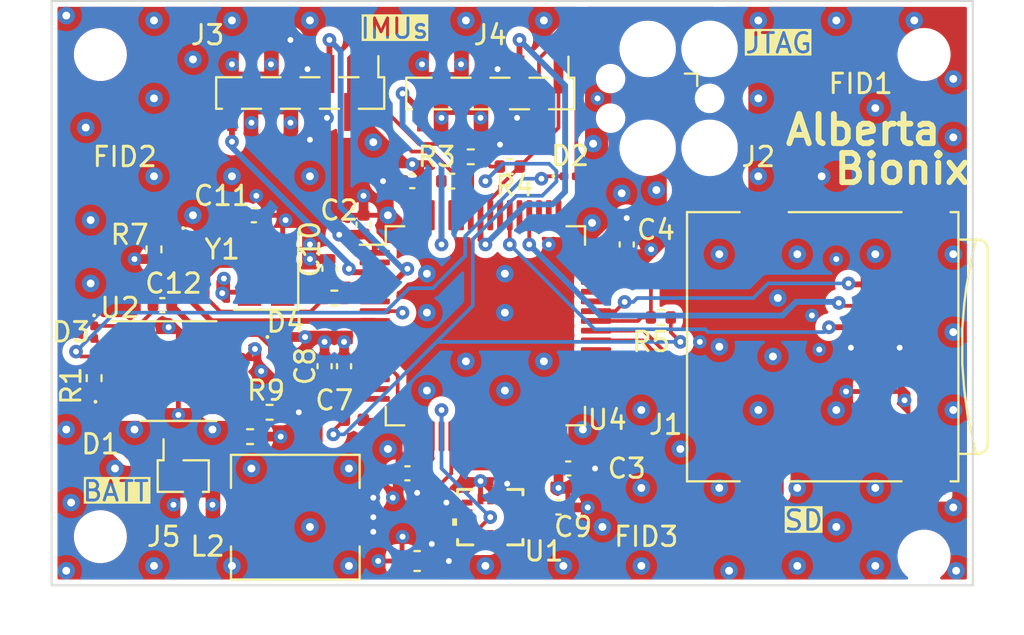
<source format=kicad_pcb>
(kicad_pcb (version 20221018) (generator pcbnew)
  (layers (0 "F.Cu" signal) (1 "In1.Cu" signal) (2 "In2.Cu" signal) (31 "B.Cu" signal) (34 "B.Paste" user) (35 "F.Paste" user) (36 "B.SilkS" user "B.Silkscreen") (37 "F.SilkS" user "F.Silkscreen") (38 "B.Mask" user) (39 "F.Mask" user) (44 "Edge.Cuts" user))
  (net 0 "")
  (net 1 "+3.3V")
  (net 5 "GND")
  (net 6 "+3.3VA")
  (net 10 "Net-(U4-VCAP1)")
  (net 11 "HSE_IN")
  (net 12 "Net-(C11-Pad1)")
  (net 13 "Net-(D3-K)")
  (net 14 "Net-(D4-K)")
  (net 15 "Net-(D1-K)")
  (net 16 "+BATT")
  (net 17 "5Vin")
  (net 18 "SDIO_D2")
  (net 19 "SDIO_D3")
  (net 20 "SDIO_CMD")
  (net 21 "SDIO_CK")
  (net 22 "SDIO_D0")
  (net 23 "SDIO_D1")
  (net 27 "SWDIO")
  (net 28 "SWCLK")
  (net 29 "VS")
  (net 30 "Net-(U2-EN)")
  (net 31 "HSE_OUT")
  (net 32 "I2C1_SCL")
  (net 33 "I2C3_SDA")
  (net 34 "I2C3_SCL")
  (net 35 "I2C1_SDA")
  (net 36 "Net-(U2-FB)")
  (net 37 "SPI1_MISO")
  (net 38 "Net-(U1-CS)")
  (net 39 "SPI1_SCK")
  (net 40 "SPI1_MOSI")
  (net 44 "NRST")
  (net 45 "Net-(D5-K)")
  (net 69 "SWO")
  (net 70 "BOOT0")
  (net 72 "Net-(D5-A)")
  (net 74 "CS1")
  (net 75 "SA1")
  (net 76 "CS3")
  (net 77 "SA3")
  (footprint "Capacitor_SMD:C_0402_1005Metric" (layer "F.Cu") (at 100 99.25 180)
    (fp_text reference "C6" hide)
    (fp_text value "100nF")
  )
  (footprint "Capacitor_SMD:C_0402_1005Metric" (layer "F.Cu") (at 96 88.75 90)
    (fp_text reference "C10")
    (fp_text value "2pF")
  )
  (footprint "imu:LGA14L_LSM6_STM" (layer "F.Cu") (at 104.25 101.5 180)
    (fp_text reference "U1")
    (fp_text value "LSM6DSV16XTR")
  )
  (footprint "Capacitor_SMD:C_0402_1005Metric" (layer "F.Cu") (at 97.75 86.48 90)
    (fp_text reference "C2")
    (fp_text value "100nF")
  )
  (footprint "Capacitor_SMD:C_0402_1005Metric" (layer "F.Cu") (at 100.25 84.25)
    (fp_text reference "C5" hide)
    (fp_text value "100nF")
  )
  (footprint "MountingHole:MountingHole_2.2mm_M2" (layer "F.Cu") (at 84.25 102.5)
    (fp_text reference "H1" hide)
    (fp_text value "MountingHole")
  )
  (footprint "Diode_SMD:D_0201_0603Metric" (layer "F.Cu") (at 84 96.435 -90)
    (fp_text reference "D1")
    (fp_text value "D_Schottky")
  )
  (footprint "Resistor_SMD:R_0402_1005Metric" (layer "F.Cu") (at 105.25 83.5)
    (fp_text reference "R4")
    (fp_text value "10k")
  )
  (footprint "Diode_SMD:D_0201_0603Metric" (layer "F.Cu") (at 93.68 92.25)
    (fp_text reference "D4")
    (fp_text value "D_Schottky")
  )
  (footprint "Connector_Card:microSD_HC_Wuerth_693072010801" (layer "F.Cu") (at 122.4525 92.75 -90)
    (fp_text reference "J1")
    (fp_text value "Micro_SD_Card_Det1")
  )
  (footprint "MountingHole:MountingHole_2.2mm_M2" (layer "F.Cu") (at 126.5 77.75)
    (fp_text reference "H4" hide)
    (fp_text value "MountingHole")
  )
  (footprint "Connector_PinSocket_1.00mm:PinSocket_1x08_P1.00mm_Vertical_SMD_Pin1Left" (layer "F.Cu") (at 104.25 79.75 -90)
    (fp_text reference "J4")
    (fp_text value "Conn_01x08")
  )
  (footprint "Diode_SMD:D_0201_0603Metric" (layer "F.Cu") (at 83.93 92 -90)
    (fp_text reference "D3")
    (fp_text value "D_Schottky")
  )
  (footprint "Resistor_SMD:R_0402_1005Metric" (layer "F.Cu") (at 87 87.75 -90)
    (fp_text reference "R7")
    (fp_text value "220")
  )
  (footprint "Package_QFP:LQFP-64_10x10mm_P0.5mm" (layer "F.Cu") (at 104 91.675)
    (fp_text reference "U4")
    (fp_text value "STM32F411RET6")
  )
  (footprint "Capacitor_SMD:C_0402_1005Metric" (layer "F.Cu") (at 108.25 99 180)
    (fp_text reference "C3")
    (fp_text value "100nF")
  )
  (footprint "Capacitor_SMD:C_0402_1005Metric" (layer "F.Cu") (at 87.43 90.615)
    (fp_text reference "C12")
    (fp_text value "0.1uF")
  )
  (footprint "Capacitor_SMD:C_0603_1608Metric" (layer "F.Cu") (at 100.5 103.75 180)
    (fp_text reference "C1" hide)
    (fp_text value "4.7u")
  )
  (footprint "Capacitor_SMD:C_0402_1005Metric" (layer "F.Cu") (at 111.25 87.5 -90)
    (fp_text reference "C4")
    (fp_text value "100nF")
  )
  (footprint "Capacitor_SMD:C_0402_1005Metric" (layer "F.Cu") (at 96.75 93.75 90)
    (fp_text reference "C7")
    (fp_text value "100nF")
  )
  (footprint "Connector_PinSocket_1.00mm:PinSocket_1x08_P1.00mm_Vertical_SMD_Pin1Left" (layer "F.Cu") (at 94.5 79.725 -90)
    (fp_text reference "J3")
    (fp_text value "Conn_01x08")
  )
  (footprint "Crystal:Crystal_SMD_3225-4Pin_3.2x2.5mm" (layer "F.Cu") (at 92.75 88.85 90)
    (fp_text reference "Y1")
    (fp_text value "16MHz")
  )
  (footprint "Fiducial:Fiducial_1mm_Mask2mm" (layer "F.Cu") (at 120.5 79.25)
    (fp_text reference "FID1")
    (fp_text value "Fiducial")
  )
  (footprint "LED_SMD:LED_0402_1005Metric" (layer "F.Cu") (at 88.5 87.75 -90)
    (fp_text reference "D5" hide)
    (fp_text value "LED")
  )
  (footprint "Diode_SMD:D_0201_0603Metric" (layer "F.Cu") (at 108.345 84)
    (fp_text reference "D2")
    (fp_text value "D_Schottky")
  )
  (footprint "Fiducial:Fiducial_1mm_Mask2mm" (layer "F.Cu") (at 115.25 102.25)
    (fp_text reference "FID3")
    (fp_text value "Fiducial")
  )
  (footprint "MountingHole:MountingHole_2.2mm_M2" (layer "F.Cu") (at 84.25 77.75)
    (fp_text reference "H3" hide)
    (fp_text value "MountingHole")
  )
  (footprint "Capacitor_SMD:C_0402_1005Metric" (layer "F.Cu") (at 107.75 101)
    (fp_text reference "C9")
    (fp_text value "47u?")
  )
  (footprint "Connector:Tag-Connect_TC2030-IDC-FP_2x03_P1.27mm_Vertical" (layer "F.Cu") (at 112.96 80 180)
    (fp_text reference "J2")
    (fp_text value "Conn_ST_STDC14")
  )
  (footprint "Resistor_SMD:R_0402_1005Metric" (layer "F.Cu") (at 92.93 96.115)
    (fp_text reference "R9")
    (fp_text value "31.6k")
  )
  (footprint "Capacitor_SMD:C_0402_1005Metric" (layer "F.Cu") (at 92.125 86)
    (fp_text reference "C11")
    (fp_text value "2pF")
  )
  (footprint "Resistor_SMD:R_0402_1005Metric" (layer "F.Cu") (at 103.25 83 180)
    (fp_text reference "R3")
    (fp_text value "10k")
  )
  (footprint "Connector_PinSocket_1.00mm:PinSocket_1x02_P1.00mm_Vertical_SMD_Pin1Right" (layer "F.Cu") (at 88.5 99.39 90)
    (fp_text reference "J5")
    (fp_text value "Conn_01x02")
  )
  (footprint "Capacitor_SMD:C_0402_1005Metric" (layer "F.Cu") (at 95.75 93.75 90)
    (fp_text reference "C8")
    (fp_text value "1uF")
  )
  (footprint "Package_SO:SOIC-8-1EP_3.9x4.9mm_P1.27mm_EP2.29x3mm" (layer "F.Cu") (at 88.25 94)
    (fp_text reference "U2")
    (fp_text value "ADP2302ARDZ-3.3")
  )
  (footprint "Resistor_SMD:R_0402_1005Metric" (layer "F.Cu") (at 102.25 84.25)
    (fp_text reference "R6" hide)
    (fp_text value "10k")
  )
  (footprint "Resistor_SMD:R_0402_1005Metric" (layer "F.Cu") (at 91.93 97.365)
    (fp_text reference "R8" hide)
    (fp_text value "10.2k")
  )
  (footprint "MountingHole:MountingHole_2.2mm_M2" (layer "F.Cu") (at 126.5 103.5)
    (fp_text reference "H2" hide)
    (fp_text value "MountingHole")
  )
  (footprint "Resistor_SMD:R_0402_1005Metric" (layer "F.Cu") (at 96.25 90.25 180)
    (fp_text reference "R2" hide)
    (fp_text value "??")
  )
  (footprint "Resistor_SMD:R_0402_1005Metric" (layer "F.Cu") (at 113 91.25)
    (fp_text reference "R5")
    (fp_text value "10k")
  )
  (footprint "Inductor_SMD:L_0402_1005Metric" (layer "F.Cu") (at 97.25 96.5 180)
    (fp_text reference "L1" hide)
    (fp_text value "27nH")
  )
  (footprint "Fiducial:Fiducial_1mm_Mask2mm" (layer "F.Cu") (at 83.25 84.25)
    (fp_text reference "FID2")
    (fp_text value "Fiducial")
  )
  (footprint "Inductor_SMD:L_6.3x6.3_H3" (layer "F.Cu") (at 94.25 101.5)
    (fp_text reference "L2")
    (fp_text value "~1.85uH")
  )
  (footprint "Resistor_SMD:R_0402_1005Metric" (layer "F.Cu") (at 83.93 94.365 90)
    (fp_text reference "R1")
    (fp_text value "3.17M")
  )
  (gr_line (start 85 75) (end 129 75) (stroke (width 0.1)) (layer "Edge.Cuts"))
  (gr_line (start 129 75) (end 129 105) (stroke (width 0.1)) (layer "Edge.Cuts"))
  (gr_line (start 129 105) (end 85 105) (stroke (width 0.1)) (layer "Edge.Cuts"))
  (gr_line (start 81.75 105) (end 81.75 75) (stroke (width 0.1)) (layer "Edge.Cuts"))
  (gr_line (start 81.75 105) (end 85 105) (stroke (width 0.1)) (layer "Edge.Cuts"))
  (gr_line (start 81.75 75) (end 85 75) (stroke (width 0.1)) (layer "Edge.Cuts"))
  (gr_text "SD" (at 119.25 102.25) (layer "F.SilkS" knockout) (effects (font (size 1 1)) (justify left bottom)))
  (gr_text "IMUs" (at 97.5 77) (layer "F.SilkS" knockout) (effects (font (size 1 1)) (justify left bottom)))
  (gr_text "JTAG" (at 117.25 77.75) (layer "F.SilkS" knockout) (effects (font (size 1 1)) (justify left bottom)))
  (gr_text "BATT" (at 83.25 100.75) (layer "F.SilkS" knockout) (effects (font (size 1 1)) (justify left bottom)))
  (gr_text "Bionix" (at 121.75 84.5) (layer "F.SilkS") (effects (font (size 1.5 1.5) (thickness 0.3) bold) (justify left bottom)))
  (gr_text "Alberta" (at 119.25 82.5) (layer "F.SilkS") (effects (font (size 1.5 1.5) (thickness 0.3) bold) (justify left bottom)))
  (segment (start 108.73 98.953154) (end 107.75 97.973154) (width 0.3) (layer "F.Cu") (net 1))
  (segment (start 95.125 81) (end 95.875 81) (width 0.5) (layer "F.Cu") (net 1))
  (segment (start 105.116727 100.206299) (end 104.750126 100.5729) (width 0.19) (layer "F.Cu") (net 1))
  (segment (start 110.58 87.02) (end 109.675 87.925) (width 0.3) (layer "F.Cu") (net 1))
  (segment (start 111.25 87.02) (end 110.58 87.02) (width 0.3) (layer "F.Cu") (net 1))
  (segment (start 99.77 85.52) (end 99.77 84.25) (width 0.25) (layer "F.Cu") (net 1))
  (segment (start 93.44 96.115) (end 94.43 96.115) (width 0.3) (layer "F.Cu") (net 1))
  (segment (start 98.325 87.535) (end 98.325 87.925) (width 0.3) (layer "F.Cu") (net 1))
  (segment (start 105.116727 99.782654) (end 105.116727 100.206299) (width 0.19) (layer "F.Cu") (net 1))
  (segment (start 108.875 99) (end 109.625 99) (width 0.5) (layer "F.Cu") (net 1))
  (segment (start 107.75 97.973154) (end 107.75 97.35) (width 0.3) (layer "F.Cu") (net 1))
  (segment (start 124.5 92.8) (end 125.25 92.8) (width 0.5) (layer "F.Cu") (net 1))
  (segment (start 99.77 84.25) (end 98.75 84.25) (width 0.5) (layer "F.Cu") (net 1))
  (segment (start 97 101.5) (end 98 100.5) (width 0.5) (layer "F.Cu") (net 1))
  (segment (start 97 101.5) (end 97.75 102.25) (width 0.5) (layer "F.Cu") (net 1))
  (segment (start 101.25 103.625) (end 101.25 102.875) (width 0.5) (layer "F.Cu") (net 1))
  (segment (start 101.25 98.48) (end 100.48 99.25) (width 0.3) (layer "F.Cu") (net 1))
  (segment (start 97.625 87) (end 96.5 87) (width 0.5) (layer "F.Cu") (net 1))
  (segment (start 97 101.5) (end 98.25 101.5) (width 0.5) (layer "F.Cu") (net 1))
  (segment (start 94.125 78.5) (end 94.875 78.5) (width 0.5) (layer "F.Cu") (net 1))
  (segment (start 111.25 86.895) (end 111.25 86.145) (width 0.5) (layer "F.Cu") (net 1))
  (segment (start 104.75 81.625) (end 104.75 82.375) (width 0.5) (layer "F.Cu") (net 1))
  (segment (start 101.25 97.35) (end 101.25 98.48) (width 0.25) (layer "F.Cu") (net 1))
  (segment (start 103.875 78.5) (end 104.625 78.5) (width 0.5) (layer "F.Cu") (net 1))
  (segment (start 97.75 86.96) (end 98.325 87.535) (width 0.3) (layer "F.Cu") (net 1))
  (segment (start 123.5 92.8) (end 122.75 92.8) (width 0.5) (layer "F.Cu") (net 1))
  (segment (start 100.25 86) (end 99.77 85.52) (width 0.25) (layer "F.Cu") (net 1))
  (segment (start 102.000189 100.749811) (end 103.0689 100.749811) (width 0.19) (layer "F.Cu") (net 1))
  (segment (start 95 81.375) (end 95 82.125) (width 0.5) (layer "F.Cu") (net 1))
  (segment (start 97.75 102.25) (end 98.25 102.25) (width 0.5) (layer "F.Cu") (net 1))
  (segment (start 104.875 81) (end 105.625 81) (width 0.5) (layer "F.Cu") (net 1))
  (segment (start 94 77) (end 94 78.75) (width 0.5) (layer "F.Cu") (net 1))
  (segment (start 101.375 103.75) (end 102.125 103.75) (width 0.5) (layer "F.Cu") (net 1))
  (segment (start 98 100.5) (end 98.25 100.5) (width 0.5) (layer "F.Cu") (net 1))
  (segment (start 102 100.75) (end 102.000189 100.749811) (width 0.19) (layer "F.Cu") (net 1))
  (segment (start 100.5 99.5) (end 100.5 100.25) (width 0.5) (layer "F.Cu") (net 1))
  (via (at 104.625 78.5) (size 0.7) (drill 0.3) (layers "F.Cu" "B.Cu") (net 1))
  (via (at 105.625 81) (size 0.7) (drill 0.3) (layers "F.Cu" "B.Cu") (net 1))
  (via (at 94 77) (size 0.7) (drill 0.3) (layers "F.Cu" "B.Cu") (net 1))
  (via (at 98.25 100.5) (size 0.7) (drill 0.3) (layers "F.Cu" "B.Cu") (net 1))
  (via (at 105.116727 99.782654) (size 0.7) (drill 0.3) (layers "F.Cu" "B.Cu") (net 1))
  (via (at 96.5 87) (size 0.7) (drill 0.3) (layers "F.Cu" "B.Cu") (net 1))
  (via (at 98.25 102.25) (size 0.7) (drill 0.3) (layers "F.Cu" "B.Cu") (net 1))
  (via (at 122.75 92.8) (size 0.7) (drill 0.3) (layers "F.Cu" "B.Cu") (net 1))
  (via (at 98.25 101.5) (size 0.7) (drill 0.3) (layers "F.Cu" "B.Cu") (net 1))
  (via (at 102 100.75) (size 0.7) (drill 0.3) (layers "F.Cu" "B.Cu") (net 1))
  (via (at 101.25 102.875) (size 0.7) (drill 0.3) (layers "F.Cu" "B.Cu") (net 1))
  (via (at 111.25 86.145) (size 0.7) (drill 0.3) (layers "F.Cu" "B.Cu") (net 1))
  (via (at 109.625 99) (size 0.7) (drill 0.3) (layers "F.Cu" "B.Cu") (net 1))
  (via (at 94.43 96.115) (size 0.7) (drill 0.3) (layers "F.Cu" "B.Cu") (net 1))
  (via (at 94.875 78.5) (size 0.7) (drill 0.3) (layers "F.Cu" "B.Cu") (net 1))
  (via (at 98.75 84.25) (size 0.7) (drill 0.3) (layers "F.Cu" "B.Cu") (net 1))
  (via (at 100.5 100.25) (size 0.7) (drill 0.3) (layers "F.Cu" "B.Cu") (net 1))
  (via (at 95.875 81) (size 0.7) (drill 0.3) (layers "F.Cu" "B.Cu") (net 1))
  (via (at 95 82.125) (size 0.7) (drill 0.3) (layers "F.Cu" "B.Cu") (net 1))
  (via (at 104.75 82.375) (size 0.7) (drill 0.3) (layers "F.Cu" "B.Cu") (net 1))
  (via (at 102.125 103.75) (size 0.7) (drill 0.3) (layers "F.Cu" "B.Cu") (net 1))
  (via (at 125.25 92.8) (size 0.7) (drill 0.3) (layers "F.Cu" "B.Cu") (net 1))
  (segment (start 104.25 100.145) (end 104.25 100.5729) (width 0.19) (layer "F.Cu") (net 5))
  (segment (start 100.75 98.25) (end 100.41 98.59) (width 0.3) (layer "F.Cu") (net 5))
  (segment (start 107.75 100) (end 107.75 99.25) (width 0.5) (layer "F.Cu") (net 5))
  (segment (start 95 88.25) (end 96 88.25) (width 0.5) (layer "F.Cu") (net 5))
  (segment (start 96.75 93.27) (end 96.905 93.425) (width 0.3) (layer "F.Cu") (net 5))
  (segment (start 110.805 88.425) (end 111.25 87.98) (width 0.3) (layer "F.Cu") (net 5))
  (segment (start 92.75 86) (end 92.75 85.5) (width 0.5) (layer "F.Cu") (net 5))
  (segment (start 100.75 84.27) (end 100.75 86) (width 0.3) (layer "F.Cu") (net 5))
  (segment (start 92.555 97.365) (end 93.5 97.365) (width 0.5) (layer "F.Cu") (net 5))
  (segment (start 99.52 99.472764) (end 99.52 99.5) (width 0.25) (layer "F.Cu") (net 5))
  (segment (start 96.905 93.425) (end 98.325 93.425) (width 0.3) (layer "F.Cu") (net 5))
  (segment (start 97.75 85.875) (end 97.75 85) (width 0.5) (layer "F.Cu") (net 5))
  (segment (start 100.73 84.25) (end 100.75 84.27) (width 0.3) (layer "F.Cu") (net 5))
  (segment (start 91.6 90.25) (end 91.9 89.95) (width 0.5) (layer "F.Cu") (net 5))
  (segment (start 103.749874 100.5729) (end 103.749874 99.645126) (width 0.2) (layer "F.Cu") (net 5))
  (segment (start 100.133154 98.59) (end 99.52 99.203154) (width 0.3) (layer "F.Cu") (net 5))
  (segment (start 103.75 99.645) (end 104.25 100.145) (width 0.19) (layer "F.Cu") (net 5))
  (segment (start 91.68 93.365) (end 92.18 92.865) (width 0.3) (layer "F.Cu") (net 5))
  (segment (start 107.77 99) (end 107.25 98.48) (width 0.3) (layer "F.Cu") (net 5))
  (segment (start 109.25 101) (end 108.23 101) (width 0.5) (layer "F.Cu") (net 5))
  (segment (start 100.75 83.875) (end 100.25 83.375) (width 0.5) (layer "F.Cu") (net 5))
  (segment (start 87.25 93.5) (end 88.345 93.5) (width 0.3) (layer "F.Cu") (net 5))
  (segment (start 111.055 80) (end 109.75 80) (width 0.3) (layer "F.Cu") (net 5))
  (segment (start 95.75 93.25) (end 95.75 92.5) (width 0.5) (layer "F.Cu") (net 5))
  (segment (start 103.749874 99.645126) (end 103.75 99.645) (width 0.2) (layer "F.Cu") (net 5))
  (segment (start 111.375 88) (end 112.25 88) (width 0.5) (layer "F.Cu") (net 5))
  (segment (start 109.675 88.425) (end 110.805 88.425) (width 0.3) (layer "F.Cu") (net 5))
  (segment (start 100.41 98.59) (end 100.133154 98.59) (width 0.3) (layer "F.Cu") (net 5))
  (segment (start 87 88.25) (end 86 88.25) (width 0.5) (layer "F.Cu") (net 5))
  (segment (start 107.25 98.48) (end 107.25 97.35) (width 0.3) (layer "F.Cu") (net 5))
  (segment (start 99.5 100.25) (end 99.5 99.125) (width 0.5) (layer "F.Cu") (net 5))
  (segment (start 100.75 84.125) (end 100.75 83.875) (width 0.5) (layer "F.Cu") (net 5))
  (segment (start 90.725 93.365) (end 91.68 93.365) (width 0.3) (layer "F.Cu") (net 5))
  (segment (start 96.75 93.27) (end 96.75 92.5) (width 0.5) (layer "F.Cu") (net 5))
  (segment (start 99.725 103.75) (end 99.75 103.75) (width 0.5) (layer "F.Cu") (net 5))
  (segment (start 99.25 100.5) (end 99.5 100.25) (width 0.5) (layer "F.Cu") (net 5))
  (segment (start 99.52 99.203154) (end 99.52 99.25) (width 0.3) (layer "F.Cu") (net 5))
  (segment (start 92.75 85.5) (end 92.25 85) (width 0.5) (layer "F.Cu") (net 5))
  (segment (start 94.75 92.25) (end 94.04 92.25) (width 0.5) (layer "F.Cu") (net 5))
  (segment (start 112.25 88) (end 112.5 87.75) (width 0.5) (layer "F.Cu") (net 5))
  (segment (start 100.75 97.35) (end 100.75 98.25) (width 0.3) (layer "F.Cu") (net 5))
  (segment (start 111.69 79.365) (end 111.055 80) (width 0.3) (layer "F.Cu") (net 5))
  (via (at 124 80.5) (size 0.9) (drill 0.4) (layers "F.Cu" "B.Cu") (net 5))
  (via (at 85 99) (size 0.9) (drill 0.4) (layers "F.Cu" "B.Cu") (net 5))
  (via (at 82.5 97) (size 0.9) (drill 0.4) (layers "F.Cu" "B.Cu") (net 5))
  (via (at 97.75 85) (size 0.7) (drill 0.3) (layers "F.Cu" "B.Cu") (net 5))
  (via (at 122 76) (size 0.9) (drill 0.4) (layers "F.Cu" "B.Cu") (net 5))
  (via (at 107.25 87.5) (size 0.7) (drill 0.3) (layers "F.Cu" "B.Cu") (net 5))
  (via (at 91 78.25) (size 0.7) (drill 0.3) (layers "F.Cu" "B.Cu") (net 5))
  (via (at 91 104) (size 0.9) (drill 0.4) (layers "F.Cu" "B.Cu") (net 5))
  (via (at 83.5 81.5) (size 0.9) (drill 0.4) (layers "F.Cu" "B.Cu") (net 5))
  (via (at 105 89) (size 0.9) (drill 0.4) (layers "F.Cu" "B.Cu") (net 5))
  (via (at 101.75 81) (size 0.7) (drill 0.3) (layers "F.Cu" "B.Cu") (net 5))
  (via (at 109.75 80) (size 0.7) (drill 0.3) (layers "F.Cu" "B.Cu") (net 5))
  (via (at 119 90.25) (size 0.9) (drill 0.4) (layers "F.Cu" "B.Cu") (net 5))
  (via (at 98.25 82.25) (size 0.9) (drill 0.4) (layers "F.Cu" "B.Cu") (net 5))
  (via (at 105 95) (size 0.9) (drill 0.4) (layers "F.Cu" "B.Cu") (net 5))
  (via (at 128 101) (size 0.9) (drill 0.4) (layers "F.Cu" "B.Cu") (net 5))
  (via (at 114 98) (size 0.9) (drill 0.4) (layers "F.Cu" "B.Cu") (net 5))
  (via (at 93.5 97.365) (size 0.7) (drill 0.3) (layers "F.Cu" "B.Cu") (net 5))
  (via (at 96.75 92.5) (size 0.7) (drill 0.3) (layers "F.Cu" "B.Cu") (net 5))
  (via (at 87 76) (size 0.9) (drill 0.4) (layers "F.Cu" "B.Cu") (net 5))
  (via (at 94.75 92.25) (size 0.7) (drill 0.3) (layers "F.Cu" "B.Cu") (net 5))
  (via (at 112 104) (size 0.9) (drill 0.4) (layers "F.Cu" "B.Cu") (net 5))
  (via (at 91 76) (size 0.9) (drill 0.4) (layers "F.Cu" "B.Cu") (net 5))
  (via (at 128 92) (size 0.9) (drill 0.4) (layers "F.Cu" "B.Cu") (net 5))
  (via (at 87 80) (size 0.9) (drill 0.4) (layers "F.Cu" "B.Cu") (net 5))
  (via (at 121.25 84) (size 0.9) (drill 0.4) (layers "F.Cu" "B.Cu") (net 5))
  (via (at 109 97) (size 0.9) (drill 0.4) (layers "F.Cu" "B.Cu") (net 5))
  (via (at 95 88.25) (size 0.7) (drill 0.3) (layers "F.Cu" "B.Cu") (net 5))
  (via (at 109.473007 86.391676) (size 0.9) (drill 0.4) (layers "F.Cu" "B.Cu") (net 5))
  (via (at 93.75 86.25) (size 0.7) (drill 0.3) (layers "F.Cu" "B.Cu") (net 5))
  (via (at 95 84) (size 0.9) (drill 0.4) (layers "F.Cu" "B.Cu") (net 5))
  (via (at 88 100.865) (size 0.7) (drill 0.3) (layers "F.Cu" "B.Cu") (net 5))
  (via (at 116.5 104.25) (size 0.9) (drill 0.4) (layers "F.Cu" "B.Cu") (net 5))
  (via (at 118 80) (size 0.9) (drill 0.4) (layers "F.Cu" "B.Cu") (net 5))
  (via (at 97 99) (size 0.9) (drill 0.4) (layers "F.Cu" "B.Cu") (net 5))
  (via (at 91 84) (size 0.9) (drill 0.4) (layers "F.Cu" "B.Cu") (net 5))
  (via (at 101 91) (size 0.9) (drill 0.4) (layers "F.Cu" "B.Cu") (net 5))
  (via (at 90 100.865) (size 0.7) (drill 0.3) (layers "F.Cu" "B.Cu") (net 5))
  (via (at 128.146443 104.25) (size 0.9) (drill 0.4) (layers "F.Cu" "B.Cu") (net 5))
  (via (at 89 86) (size 0.9) (drill 0.4) (layers "F.Cu" "B.Cu") (net 5))
  (via (at 101 95) (size 0.9) (drill 0.4) (layers "F.Cu" "B.Cu") (net 5))
  (via (at 88.25 96.25) (size 0.7) (drill 0.3) (layers "F.Cu" "B.Cu") (net 5))
  (via (at 95 102) (size 0.9) (drill 0.4) (layers "F.Cu" "B.Cu") (net 5))
  (via (at 93 78.25) (size 0.7) (drill 0.3) (layers "F.Cu" "B.Cu") (net 5))
  (via (at 92 81.25) (size 0.7) (drill 0.3) (layers "F.Cu" "B.Cu") (net 5))
  (via (at 120 88) (size 0.9) (drill 0.4) (layers "F.Cu" "B.Cu") (net 5))
  (via (at 128 79) (size 0.9) (drill 0.4) (layers "F.Cu" "B.Cu") (net 5))
  (via (at 87.75 91.75) (size 0.7) (drill 0.3) (layers "F.Cu" "B.Cu") (net 5))
  (via (at 87 84) (size 0.9) (drill 0.4) (layers "F.Cu" "B.Cu") (net 5))
  (via (at 126 76) (size 0.9) (drill 0.4) (layers "F.Cu" "B.Cu") (net 5))
  (via (at 122.5 95.05) (size 0.7) (drill 0.3) (layers "F.Cu" "B.Cu") (net 5))
  (via (at 107 93.5) (size 0.9) (drill 0.4) (layers "F.Cu" "B.Cu") (net 5))
  (via (at 101 89) (size 0.9) (drill 0.4) (layers "F.Cu" "B.Cu") (net 5))
  (via (at 120.75 91.145) (size 0.7) (drill 0.3) (layers "F.Cu" "B.Cu") (net 5))
  (via (at 83.75 86.25) (size 0.9) (drill 0.4) (layers "F.Cu" "B.Cu") (net 5))
  (via (at 95.75 92.5) (size 0.7) (drill 0.3) (layers "F.Cu" "B.Cu") (net 5))
  (via (at 95 87.5) (size 0.7) (drill 0.3) (layers "F.Cu" "B.Cu") (net 5))
  (via (at 112.769084 84.707015) (size 0.9) (drill 0.4) (layers "F.Cu" "B.Cu") (net 5))
  (via (at 128 96) (size 0.9) (drill 0.4) (layers "F.Cu" "B.Cu") (net 5))
  (via (at 128 88) (size 0.9) (drill 0.4) (layers "F.Cu" "B.Cu") (net 5))
  (via (at 103 76) (size 0.9) (drill 0.4) (layers "F.Cu" "B.Cu") (net 5))
  (via (at 86 88.25) (size 0.7) (drill 0.3) (layers "F.Cu" "B.Cu") (net 5))
  (via (at 100.25 83.375) (size 0.7) (drill 0.3) (layers "F.Cu" "B.Cu") (net 5))
  (via (at 118.75 93.25) (size 0.9) (drill 0.4) (layers "F.Cu" "B.Cu") (net 5))
  (via (at 110 102) (size 0.9) (drill 0.4) (layers "F.Cu" "B.Cu") (net 5))
  (via (at 108 104) (size 0.9) (drill 0.4) (layers "F.Cu" "B.Cu") (net 5))
  (via (at 122 96) (size 0.9) (drill 0.4) (layers "F.Cu" "B.Cu") (net 5))
  (via (at 99.25 100.5) (size 0.7) (drill 0.3) (layers "F.Cu" "B.Cu") (net 5))
  (via (at 103 93.5) (size 0.9) (drill 0.4) (layers "F.Cu" "B.Cu") (net 5))
  (via (at 107.75 100) (size 0.7) (drill 0.3) (layers "F.Cu" "B.Cu") (net 5))
  (via (at 90 97) (size 0.9) (drill 0.4) (layers "F.Cu" "B.Cu") (net 5))
  (via (at 112 96) (size 0.9) (drill 0.4) (layers "F.Cu" "B.Cu") (net 5))
  (via (at 116 92.75) (size 0.9) (drill 0.4) (layers "F.Cu" "B.Cu") (net 5))
  (via (at 86 97) (size 0.9) (drill 0.4) (layers "F.Cu" "B.Cu") (net 5))
  (via (at 94 81.25) (size 0.7) (drill 0.3) (layers "F.Cu" "B.Cu") (net 5))
  (via (at 87 104) (size 0.9) (drill 0.4) (layers "F.Cu" "B.Cu") (net 5))
  (via (at 124 104) (size 0.9) (drill 0.4) (layers "F.Cu" "B.Cu") (net 5))
  (via (at 112 100) (size 0.9) (drill 0.4) (layers "F.Cu" "B.Cu") (net 5))
  (via (at 99 86) (size 0.9) (drill 0.4) (layers "F.Cu" "B.Cu") (net 5))
  (via (at 99.75 102.5) (size 0.7) (drill 0.3) (layers "F.Cu" "B.Cu") (net 5))
  (via (at 116 100) (size 0.9) (drill 0.4) (layers "F.Cu" "B.Cu") (net 5))
  (via (at 82.5 75.75) (size 0.9) (drill 0.4) (layers "F.Cu" "B.Cu") (net 5))
  (via (at 121.125 92.895) (size 0.7) (drill 0.3) (layers "F.Cu" "B.Cu") (net 5))
  (via (at 97 104) (size 0.9) (drill 0.4) (layers "F.Cu" "B.Cu") (net 5))
  (via (at 120 100) (size 0.9) (drill 0.4) (layers "F.Cu" "B.Cu") (net 5))
  (via (at 95 76) (size 0.9) (drill 0.4) (layers "F.Cu" "B.Cu") (net 5))
  (via (at 118 96) (size 0.9) (drill 0.4) (layers "F.Cu" "B.Cu") (net 5))
  (via (at 89 78) (size 0.9) (drill 0.4) (layers "F.Cu" "B.Cu") (net 5))
  (via (at 124 100) (size 0.9) (drill 0.4) (layers "F.Cu" "B.Cu") (net 5))
  (via (at 128 82) (size 0.9) (drill 0.4) (layers "F.Cu" "B.Cu") (net 5))
  (via (at 92 99) (size 0.9) (drill 0.4) (layers "F.Cu" "B.Cu") (net 5))
  (via (at 92.5 94) (size 0.7) (drill 0.3) (layers "F.Cu" "B.Cu") (net 5))
  (via (at 99 98) (size 0.9) (drill 0.4) (layers "F.Cu" "B.Cu") (net 5))
  (via (at 100.75 78.25) (size 0.7) (drill 0.3) (layers "F.Cu" "B.Cu") (net 5))
  (via (at 98.5 103.75) (size 0.7) (drill 0.3) (layers "F.Cu" "B.Cu") (net 5))
  (via (at 120 104) (size 0.9) (drill 0.4) (layers "F.Cu" "B.Cu") (net 5))
  (via (at 82.5 104.25) (size 0.9) (drill 0.4) (layers "F.Cu" "B.Cu") (net 5))
  (via (at 92.25 85) (size 0.7) (drill 0.3) (layers "F.Cu" "B.Cu") (net 5))
  (via (at 109.527942 82.326515) (size 0.9) (drill 0.4) (layers "F.Cu" "B.Cu") (net 5))
  (via (at 116 88) (size 0.9) (drill 0.4) (layers "F.Cu" "B.Cu") (net 5))
  (via (at 90.5 90) (size 0.7) (drill 0.3) (layers "F.Cu" "B.Cu") (net 5))
  (via (at 83.75 89.5) (size 0.9) (drill 0.4) (layers "F.Cu" "B.Cu") (net 5))
  (via (at 105 91) (size 0.9) (drill 0.4) (layers "F.Cu" "B.Cu") (net 5))
  (via (at 112.5 87.75) (size 0.7) (drill 0.3) (layers "F.Cu" "B.Cu") (net 5))
  (via (at 82.75 100.75) (size 0.9) (drill 0.4) (layers "F.Cu" "B.Cu") (net 5))
  (via (at 103.75 99.645) (size 0.7) (drill 0.3) (layers "F.Cu" "B.Cu") (net 5))
  (via (at 124 88) (size 0.9) (drill 0.4) (layers "F.Cu" "B.Cu") (net 5))
  (via (at 122 88.25) (size 0.7) (drill 0.3) (layers "F.Cu" "B.Cu") (net 5))
  (via (at 122 102) (size 0.9) (drill 0.4) (layers "F.Cu" "B.Cu") (net 5))
  (via (at 115 92.5) (size 0.7) (drill 0.3) (layers "F.Cu" "B.Cu") (net 5))
  (via (at 118 84) (size 0.9) (drill 0.4) (layers "F.Cu" "B.Cu") (net 5))
  (via (at 92.18 92.865) (size 0.7) (drill 0.3) (layers "F.Cu" "B.Cu") (net 5))
  (via (at 118 76) (size 0.9) (drill 0.4) (layers "F.Cu" "B.Cu") (net 5))
  (via (at 107 76) (size 0.9) (drill 0.4) (layers "F.Cu" "B.Cu") (net 5))
  (via (at 90.58462 89.25) (size 0.7) (drill 0.3) (layers "F.Cu" "B.Cu") (net 5))
  (via (at 103.75 81) (size 0.7) (drill 0.3) (layers "F.Cu" "B.Cu") (net 5))
  (via (at 104 104) (size 0.9) (drill 0.4) (layers "F.Cu" "B.Cu") (net 5))
  (via (at 125.5 95.5) (size 0.7) (drill 0.3) (layers "F.Cu" "B.Cu") (net 5))
  (via (at 109.25 101) (size 0.7) (drill 0.3) (layers "F.Cu" "B.Cu") (net 5))
  (via (at 102.75 78.25) (size 0.7) (drill 0.3) (layers "F.Cu" "B.Cu") (net 5))
  (via (at 110.992865 84.871819) (size 0.9) (drill 0.4) (layers "F.Cu" "B.Cu") (net 5))
  (segment (start 113.51 92.01) (end 114 92.5) (width 0.19) (layer "F.Cu") (net 6))
  (segment (start 96.765 95.245) (end 96.765 96.5) (width 0.19) (layer "F.Cu") (net 6))
  (segment (start 104.26 83.5) (end 103.76 83) (width 0.19) (layer "F.Cu") (net 6))
  (segment (start 96.765 96.5) (end 96.765 94.215) (width 0.19) (layer "F.Cu") (net 6))
  (segment (start 104.74 83.5) (end 104.26 83.5) (width 0.19) (layer "F.Cu") (net 6))
  (segment (start 104 84.24) (end 104.74 83.5) (width 0.19) (layer "F.Cu") (net 6))
  (segment (start 113.51 91.25) (end 113.51 92.01) (width 0.19) (layer "F.Cu") (net 6))
  (segment (start 104 84.25) (end 104 84.24) (width 0.19) (layer "F.Cu") (net 6))
  (segment (start 96.2 97.065) (end 96.765 96.5) (width 0.19) (layer "F.Cu") (net 6))
  (segment (start 95.75 94.23) (end 96.765 95.245) (width 0.19) (layer "F.Cu") (net 6))
  (segment (start 96.2 97.25) (end 96.2 97.065) (width 0.19) (layer "F.Cu") (net 6))
  (via (at 96.2 97.25) (size 0.7) (drill 0.3) (layers "F.Cu" "B.Cu") (net 6))
  (via (at 104 84.25) (size 0.7) (drill 0.3) (layers "F.Cu" "B.Cu") (net 6))
  (via (at 114 92.5) (size 0.7) (drill 0.3) (layers "F.Cu" "B.Cu") (net 6))
  (segment (start 104 84.25) (end 104.895 83.355) (width 0.19) (layer "B.Cu") (net 6))
  (segment (start 104.895 83.355) (end 107.267168 83.355) (width 0.19) (layer "B.Cu") (net 6))
  (segment (start 103.355 87.232832) (end 103.355 90.645) (width 0.19) (layer "B.Cu") (net 6))
  (segment (start 103.355 90.645) (end 101 93) (width 0.19) (layer "B.Cu") (net 6))
  (segment (start 106.912168 85) (end 105.587832 85) (width 0.19) (layer "B.Cu") (net 6))
  (segment (start 105.587832 85) (end 103.355 87.232832) (width 0.19) (layer "B.Cu") (net 6))
  (segment (start 96.2 97.25) (end 96.75 97.25) (width 0.19) (layer "B.Cu") (net 6))
  (segment (start 107.267168 83.355) (end 107.645 83.732832) (width 0.19) (layer "B.Cu") (net 6))
  (segment (start 101 93) (end 101.5 92.5) (width 0.19) (layer "B.Cu") (net 6))
  (segment (start 96.75 97.25) (end 101 93) (width 0.19) (layer "B.Cu") (net 6))
  (segment (start 101.5 92.5) (end 114 92.5) (width 0.19) (layer "B.Cu") (net 6))
  (segment (start 107.645 83.732832) (end 107.645 84.267168) (width 0.19) (layer "B.Cu") (net 6))
  (segment (start 107.645 84.267168) (end 106.912168 85) (width 0.19) (layer "B.Cu") (net 6))
  (segment (start 107.27 100.75) (end 106.89 100.37) (width 0.19) (layer "F.Cu") (net 10))
  (segment (start 106.75 99.198457) (end 106.75 97.35) (width 0.19) (layer "F.Cu") (net 10))
  (segment (start 106.89 99.338457) (end 106.75 99.198457) (width 0.19) (layer "F.Cu") (net 10))
  (segment (start 107.25 101) (end 107.27 100.98) (width 0.19) (layer "F.Cu") (net 10))
  (segment (start 106.89 100.37) (end 106.89 99.338457) (width 0.19) (layer "F.Cu") (net 10))
  (segment (start 106.75 97.35) (end 106.75 97.25) (width 0.19) (layer "F.Cu") (net 10))
  (segment (start 97.425 89.925) (end 98.325 89.925) (width 0.19) (layer "F.Cu") (net 11))
  (segment (start 96 89.23) (end 96.27 89.5) (width 0.19) (layer "F.Cu") (net 11))
  (segment (start 93.7 89.95) (end 93.75 90) (width 0.19) (layer "F.Cu") (net 11))
  (segment (start 94.52 89.23) (end 96 89.23) (width 0.19) (layer "F.Cu") (net 11))
  (segment (start 97 89.5) (end 97.425 89.925) (width 0.19) (layer "F.Cu") (net 11))
  (segment (start 93.6 89.95) (end 93.7 89.95) (width 0.19) (layer "F.Cu") (net 11))
  (segment (start 93.75 90) (end 94.52 89.23) (width 0.19) (layer "F.Cu") (net 11))
  (segment (start 96.27 89.5) (end 97 89.5) (width 0.19) (layer "F.Cu") (net 11))
  (segment (start 91.645 86) (end 91.645 87.495) (width 0.5) (layer "F.Cu") (net 12))
  (segment (start 90.315381 88.6) (end 91.9 88.6) (width 0.2) (layer "F.Cu") (net 12))
  (segment (start 91.645 87.495) (end 91.9 87.75) (width 0.5) (layer "F.Cu") (net 12))
  (segment (start 95.04 90.95) (end 90.4 90.95) (width 0.2) (layer "F.Cu") (net 12))
  (segment (start 89.75 90.3) (end 89.75 89.165381) (width 0.2) (layer "F.Cu") (net 12))
  (segment (start 95.74 90.25) (end 95.04 90.95) (width 0.2) (layer "F.Cu") (net 12))
  (segment (start 90.4 90.95) (end 89.75 90.3) (width 0.2) (layer "F.Cu") (net 12))
  (segment (start 91.9 88.6) (end 91.9 87.75) (width 0.2) (layer "F.Cu") (net 12))
  (segment (start 89.75 89.165381) (end 90.315381 88.6) (width 0.2) (layer "F.Cu") (net 12))
  (segment (start 85.775 92.095) (end 86.95 90.92) (width 0.19) (layer "F.Cu") (net 13))
  (segment (start 86.95 90.615) (end 86.93 90.615) (width 0.19) (layer "F.Cu") (net 13))
  (segment (start 86.95 90.92) (end 86.95 90.615) (width 0.19) (layer "F.Cu") (net 13))
  (segment (start 83.93 91.68) (end 85.36 91.68) (width 0.19) (layer "F.Cu") (net 13))
  (segment (start 85.36 91.68) (end 85.775 92.095) (width 0.19) (layer "F.Cu") (net 13))
  (segment (start 93 92.69505) (end 93 93.25) (width 0.3) (layer "F.Cu") (net 14))
  (segment (start 92 101.5) (end 91.5 101.5) (width 0.3) (layer "F.Cu") (net 14))
  (segment (start 93.11 92.5) (end 92.80495 92.5) (width 0.3) (layer "F.Cu") (net 14))
  (segment (start 95.5 95.75) (end 95.5 98) (width 0.3) (layer "F.Cu") (net 14))
  (segment (start 95.5 98) (end 92 101.5) (width 0.3) (layer "F.Cu") (net 14))
  (segment (start 92.80495 92.5) (end 92.39995 92.095) (width 0.3) (layer "F.Cu") (net 14))
  (segment (start 93.36 92.25) (end 93.11 92.5) (width 0.3) (layer "F.Cu") (net 14))
  (segment (start 92.39995 92.095) (end 92 92.095) (width 0.3) (layer "F.Cu") (net 14))
  (segment (start 89.39 92.095) (end 87.91 90.615) (width 0.3) (layer "F.Cu") (net 14))
  (segment (start 92.39995 92.095) (end 93 92.69505) (width 0.3) (layer "F.Cu") (net 14))
  (segment (start 93 93.25) (end 95.5 95.75) (width 0.3) (layer "F.Cu") (net 14))
  (segment (start 92 92.095) (end 89.39 92.095) (width 0.3) (layer "F.Cu") (net 14))
  (segment (start 83.93 92.32) (end 84 92.39) (width 0.3) (layer "F.Cu") (net 15))
  (segment (start 83.93 92.32) (end 84.975 93.365) (width 0.19) (layer "F.Cu") (net 15))
  (segment (start 84.975 93.365) (end 85.775 93.365) (width 0.19) (layer "F.Cu") (net 15))
  (segment (start 83.93 93.855) (end 85.285 93.855) (width 0.19) (layer "F.Cu") (net 15))
  (segment (start 83.93 96.115) (end 84 96.115) (width 0.19) (layer "F.Cu") (net 15))
  (segment (start 83.315 95.43) (end 83.315 94.47) (width 0.19) (layer "F.Cu") (net 15))
  (segment (start 85.285 93.855) (end 85.775 93.365) (width 0.19) (layer "F.Cu") (net 15))
  (segment (start 84 96.115) (end 83.315 95.43) (width 0.19) (layer "F.Cu") (net 15))
  (segment (start 108.025 84) (end 107 84) (width 0.19) (layer "F.Cu") (net 15))
  (segment (start 85.775 93.365) (end 85.66 93.25) (width 0.19) (layer "F.Cu") (net 15))
  (segment (start 85.66 93.25) (end 83.25 93.25) (width 0.19) (layer "F.Cu") (net 15))
  (segment (start 83.93 93.855) (end 83.94 93.855) (width 0.3) (layer "F.Cu") (net 15))
  (segment (start 83.315 94.47) (end 83.93 93.855) (width 0.19) (layer "F.Cu") (net 15))
  (segment (start 83.25 93.25) (end 83 93) (width 0.19) (layer "F.Cu") (net 15))
  (segment (start 107 84) (end 106.875 84.125) (width 0.19) (layer "F.Cu") (net 15))
  (via (at 106.875 84.125) (size 0.7) (drill 0.3) (layers "F.Cu" "B.Cu") (net 15))
  (via (at 83 93) (size 0.7) (drill 0.3) (layers "F.Cu" "B.Cu") (net 15))
  (segment (start 85 91) (end 83 93) (width 0.19) (layer "B.Cu") (net 15))
  (segment (start 106.875 84.125) (end 105.911288 84.125) (width 0.19) (layer "B.Cu") (net 15))
  (segment (start 100.092832 89.745) (end 98.837832 91) (width 0.19) (layer "B.Cu") (net 15))
  (segment (start 101.30859 89.745) (end 100.092832 89.745) (width 0.19) (layer "B.Cu") (net 15))
  (segment (start 102.965 88.08859) (end 101.30859 89.745) (width 0.19) (layer "B.Cu") (net 15))
  (segment (start 102.965 87.071288) (end 102.965 88.08859) (width 0.19) (layer "B.Cu") (net 15))
  (segment (start 98.837832 91) (end 85 91) (width 0.19) (layer "B.Cu") (net 15))
  (segment (start 105.911288 84.125) (end 102.965 87.071288) (width 0.19) (layer "B.Cu") (net 15))
  (segment (start 85.66 98.415) (end 88 98.415) (width 0.19) (layer "F.Cu") (net 16))
  (segment (start 84 96.755) (end 85.66 98.415) (width 0.19) (layer "F.Cu") (net 16))
  (segment (start 112.96 79.365) (end 113.86745 78.45755) (width 0.19) (layer "F.Cu") (net 17))
  (segment (start 108.665 78.672832) (end 108.665 84) (width 0.19) (layer "F.Cu") (net 17))
  (segment (start 113.86745 76.61745) (end 113.16755 75.91755) (width 0.19) (layer "F.Cu") (net 17))
  (segment (start 113.86745 78.45755) (end 113.86745 76.61745) (width 0.19) (layer "F.Cu") (net 17))
  (segment (start 113.16755 75.91755) (end 111.420282 75.91755) (width 0.19) (layer "F.Cu") (net 17))
  (segment (start 111.420282 75.91755) (end 108.665 78.672832) (width 0.19) (layer "F.Cu") (net 17))
  (segment (start 111.142904 90.451128) (end 110.669032 90.925) (width 0.19) (layer "F.Cu") (net 18))
  (segment (start 124.0025 89.55) (end 122.675 89.55) (width 0.3) (layer "F.Cu") (net 18))
  (segment (start 110.669032 90.925) (end 109.675 90.925) (width 0.19) (layer "F.Cu") (net 18))
  (segment (start 122.675 89.55) (end 122.625 89.5) (width 0.3) (layer "F.Cu") (net 18))
  (segment (start 111.325 90.425) (end 111.298872 90.451128) (width 0.19) (layer "F.Cu") (net 18))
  (segment (start 111.298872 90.451128) (end 111.142904 90.451128) (width 0.19) (layer "F.Cu") (net 18))
  (via (at 122.625 89.5) (size 0.7) (drill 0.3) (layers "F.Cu" "B.Cu") (net 18))
  (via (at 111.142904 90.451128) (size 0.7) (drill 0.3) (layers "F.Cu" "B.Cu") (net 18))
  (segment (start 111.787168 90.25) (end 117.75 90.25) (width 0.19) (layer "B.Cu") (net 18))
  (segment (start 118.5 89.5) (end 122.625 89.5) (width 0.19) (layer "B.Cu") (net 18))
  (segment (start 117.75 90.25) (end 118.5 89.5) (width 0.19) (layer "B.Cu") (net 18))
  (segment (start 111.58604 90.451128) (end 111.787168 90.25) (width 0.19) (layer "B.Cu") (net 18))
  (segment (start 111.142904 90.451128) (end 111.58604 90.451128) (width 0.19) (layer "B.Cu") (net 18))
  (segment (start 124.0025 90.65) (end 122.275 90.65) (width 0.19) (layer "F.Cu") (net 19))
  (segment (start 106.25 86) (end 106.25 87.5) (width 0.19) (layer "F.Cu") (net 19))
  (segment (start 122.275 90.65) (end 122.125 90.5) (width 0.19) (layer "F.Cu") (net 19))
  (via (at 122.125 90.5) (size 0.7) (drill 0.3) (layers "F.Cu" "B.Cu") (net 19))
  (via (at 106.25 87.5) (size 0.7) (drill 0.3) (layers "F.Cu" "B.Cu") (net 19))
  (segment (start 122.07 90.445) (end 119.936371 90.445) (width 0.3) (layer "B.Cu") (net 19))
  (segment (start 122.125 90.5) (end 122.07 90.445) (width 0.3) (layer "B.Cu") (net 19))
  (segment (start 119.230243 91.151128) (end 109.901128 91.151128) (width 0.3) (layer "B.Cu") (net 19))
  (segment (start 109.901128 91.151128) (end 106.25 87.5) (width 0.3) (layer "B.Cu") (net 19))
  (segment (start 119.936371 90.445) (end 119.230243 91.151128) (width 0.3) (layer "B.Cu") (net 19))
  (segment (start 105.25 86) (end 105.25 87.5) (width 0.19) (layer "F.Cu") (net 20))
  (segment (start 124.0025 91.75) (end 121.625 91.75) (width 0.3) (layer "F.Cu") (net 20))
  (via (at 121.625 91.75) (size 0.7) (drill 0.3) (layers "F.Cu" "B.Cu") (net 20))
  (via (at 105.25 87.5) (size 0.7) (drill 0.3) (layers "F.Cu" "B.Cu") (net 20))
  (segment (start 121.375 92) (end 115.412168 92) (width 0.19) (layer "B.Cu") (net 20))
  (segment (start 115.267168 91.855) (end 109.605 91.855) (width 0.19) (layer "B.Cu") (net 20))
  (segment (start 109.605 91.855) (end 105.25 87.5) (width 0.19) (layer "B.Cu") (net 20))
  (segment (start 115.412168 92) (end 115.267168 91.855) (width 0.19) (layer "B.Cu") (net 20))
  (segment (start 121.625 91.75) (end 121.375 92) (width 0.19) (layer "B.Cu") (net 20))
  (segment (start 126.25 97.226544) (end 126.25 94.925) (width 0.19) (layer "F.Cu") (net 21))
  (segment (start 126.25 94.925) (end 125.275 93.95) (width 0.19) (layer "F.Cu") (net 21))
  (segment (start 111.75 93.925) (end 113.005058 93.925) (width 0.19) (layer "F.Cu") (net 21))
  (segment (start 113.005058 93.925) (end 117.580058 98.5) (width 0.19) (layer "F.Cu") (net 21))
  (segment (start 117.580058 98.5) (end 124.976544 98.5) (width 0.19) (layer "F.Cu") (net 21))
  (segment (start 109.675 93.925) (end 111.880058 93.925) (width 0.19) (layer "F.Cu") (net 21))
  (segment (start 125.275 93.95) (end 124.0025 93.95) (width 0.19) (layer "F.Cu") (net 21))
  (segment (start 124.976544 98.5) (end 126.25 97.226544) (width 0.19) (layer "F.Cu") (net 21))
  (segment (start 125.625 97.3) (end 125.625 96.8325) (width 0.19) (layer "F.Cu") (net 22))
  (segment (start 125.0475 97.8775) (end 125.625 97.3) (width 0.19) (layer "F.Cu") (net 22))
  (segment (start 124.9425 96.15) (end 124.0025 96.15) (width 0.19) (layer "F.Cu") (net 22))
  (segment (start 124.925 98) (end 124.98 97.945) (width 0.19) (layer "F.Cu") (net 22))
  (segment (start 112.056602 92.425) (end 117.631602 98) (width 0.19) (layer "F.Cu") (net 22))
  (segment (start 117.631602 98) (end 124.925 98) (width 0.19) (layer "F.Cu") (net 22))
  (segment (start 125.625 96.8325) (end 124.9425 96.15) (width 0.19) (layer "F.Cu") (net 22))
  (segment (start 110.931602 92.425) (end 112.056602 92.425) (width 0.19) (layer "F.Cu") (net 22))
  (segment (start 109.675 92.425) (end 110.931602 92.425) (width 0.19) (layer "F.Cu") (net 22))
  (segment (start 117.433146 97.25) (end 124.0025 97.25) (width 0.19) (layer "F.Cu") (net 23))
  (segment (start 112.108146 91.925) (end 117.433146 97.25) (width 0.19) (layer "F.Cu") (net 23))
  (segment (start 124.2975 97.455) (end 124.1925 97.35) (width 0.19) (layer "F.Cu") (net 23))
  (segment (start 110.983146 91.925) (end 112.108146 91.925) (width 0.19) (layer "F.Cu") (net 23))
  (segment (start 109.675 91.925) (end 110.983146 91.925) (width 0.19) (layer "F.Cu") (net 23))
  (segment (start 112.523456 88.925) (end 113.75 87.698456) (width 0.19) (layer "F.Cu") (net 27))
  (segment (start 113.75 87.698456) (end 113.75 83.296354) (width 0.19) (layer "F.Cu") (net 27))
  (segment (start 113.86745 83.178904) (end 113.86745 81.54245) (width 0.19) (layer "F.Cu") (net 27))
  (segment (start 113.75 83.296354) (end 113.86745 83.178904) (width 0.19) (layer "F.Cu") (net 27))
  (segment (start 109.675 88.925) (end 112.523456 88.925) (width 0.19) (layer "F.Cu") (net 27))
  (segment (start 113.86745 81.54245) (end 112.96 80.635) (width 0.19) (layer "F.Cu") (net 27))
  (segment (start 111.69 82.135) (end 111.69 82.493646) (width 0.19) (layer "F.Cu") (net 28))
  (segment (start 110.75 81.926575) (end 110.75 83) (width 0.2) (layer "F.Cu") (net 28))
  (segment (start 110.75 83) (end 107.75 86) (width 0.2) (layer "F.Cu") (net 28))
  (segment (start 110.77755 81.899025) (end 110.75 81.926575) (width 0.2) (layer "F.Cu") (net 28))
  (segment (start 111.69 80.968045) (end 110.751334 81.906711) (width 0.19) (layer "F.Cu") (net 28))
  (segment (start 111.69 80.635) (end 111.69 80.968045) (width 0.19) (layer "F.Cu") (net 28))
  (segment (start 99.175 93.925) (end 98.325 93.925) (width 0.19) (layer "F.Cu") (net 29))
  (segment (start 99.5 94.25) (end 99.175 93.925) (width 0.19) (layer "F.Cu") (net 29))
  (segment (start 99.5 95.550338) (end 99.5 94.25) (width 0.19) (layer "F.Cu") (net 29))
  (segment (start 97.735 96.5) (end 98.550338 96.5) (width 0.19) (layer "F.Cu") (net 29))
  (segment (start 98.550338 96.5) (end 99.5 95.550338) (width 0.19) (layer "F.Cu") (net 29))
  (segment (start 84.16 94.635) (end 85.775 94.635) (width 0.3) (layer "F.Cu") (net 30))
  (segment (start 83.93 94.875) (end 83.93 94.865) (width 0.3) (layer "F.Cu") (net 30))
  (segment (start 83.93 94.865) (end 84.16 94.635) (width 0.3) (layer "F.Cu") (net 30))
  (segment (start 96.935 90.425) (end 98.325 90.425) (width 0.19) (layer "F.Cu") (net 31))
  (segment (start 96.76 90.25) (end 96.935 90.425) (width 0.19) (layer "F.Cu") (net 31))
  (segment (start 100.59 82.34) (end 98.75 80.5) (width 0.19) (layer "F.Cu") (net 32))
  (segment (start 103.325 84.616854) (end 103.325 83.585) (width 0.19) (layer "F.Cu") (net 32))
  (segment (start 102.08 82.34) (end 100.59 82.34) (width 0.19) (layer "F.Cu") (net 32))
  (segment (start 102.74 83) (end 102.08 82.34) (width 0.19) (layer "F.Cu") (net 32))
  (segment (start 97 77.935) (end 97 80.7) (width 0.19) (layer "F.Cu") (net 32))
  (segment (start 98.75 80.5) (end 98.75 77.685) (width 0.19) (layer "F.Cu") (net 32))
  (segment (start 103.325 83.585) (end 102.74 83) (width 0.19) (layer "F.Cu") (net 32))
  (segment (start 98.545 77.48) (end 97.455 77.48) (width 0.19) (layer "F.Cu") (net 32))
  (segment (start 98.75 77.685) (end 98.545 77.48) (width 0.19) (layer "F.Cu") (net 32))
  (segment (start 97.455 77.48) (end 97 77.935) (width 0.19) (layer "F.Cu") (net 32))
  (segment (start 103.25 84.691854) (end 103.325 84.616854) (width 0.19) (layer "F.Cu") (net 32))
  (segment (start 103.25 86) (end 103.25 84.691854) (width 0.19) (layer "F.Cu") (net 32))
  (segment (start 104.25 85.199662) (end 104.25 86) (width 0.19) (layer "F.Cu") (net 33))
  (segment (start 107.75 81.51) (end 104.76 84.5) (width 0.19) (layer "F.Cu") (net 33))
  (segment (start 104.75 84.699662) (end 104.25 85.199662) (width 0.19) (layer "F.Cu") (net 33))
  (segment (start 104.75 84.5) (end 104.75 84.699662) (width 0.19) (layer "F.Cu") (net 33))
  (segment (start 107.75 78.775) (end 107.75 81.51) (width 0.19) (layer "F.Cu") (net 33))
  (segment (start 104.76 84.5) (end 104.75 84.5) (width 0.19) (layer "F.Cu") (net 33))
  (segment (start 117.04245 76.79245) (end 117.04245 84.95755) (width 0.19) (layer "F.Cu") (net 34))
  (segment (start 115.645 75.395) (end 117.04245 76.79245) (width 0.19) (layer "F.Cu") (net 34))
  (segment (start 106.75 80.725) (end 106.75 77.96) (width 0.19) (layer "F.Cu") (net 34))
  (segment (start 112 91.25) (end 111.825 91.425) (width 0.19) (layer "F.Cu") (net 34))
  (segment (start 106.75 77.96) (end 109.315 75.395) (width 0.19) (layer "F.Cu") (net 34))
  (segment (start 109.315 75.395) (end 115.645 75.395) (width 0.19) (layer "F.Cu") (net 34))
  (segment (start 117.04245 84.95755) (end 112.49 89.51) (width 0.19) (layer "F.Cu") (net 34))
  (segment (start 112.49 91.25) (end 112 91.25) (width 0.19) (layer "F.Cu") (net 34))
  (segment (start 112.49 89.51) (end 112.49 91.25) (width 0.19) (layer "F.Cu") (net 34))
  (segment (start 111.825 91.425) (end 109.675 91.425) (width 0.19) (layer "F.Cu") (net 34))
  (segment (start 98 80.5) (end 100.23 82.73) (width 0.19) (layer "F.Cu") (net 35))
  (segment (start 102.76 85.99) (end 102.75 86) (width 0.19) (layer "F.Cu") (net 35))
  (segment (start 98 78.75) (end 98 80.5) (width 0.19) (layer "F.Cu") (net 35))
  (segment (start 100.23 82.73) (end 101.24 82.73) (width 0.19) (layer "F.Cu") (net 35))
  (segment (start 102.76 84.25) (end 102.76 85.99) (width 0.19) (layer "F.Cu") (net 35))
  (segment (start 101.24 82.73) (end 102.76 84.25) (width 0.19) (layer "F.Cu") (net 35))
  (segment (start 91.43 97.365) (end 91.43 96.61) (width 0.3) (layer "F.Cu") (net 36))
  (segment (start 90.725 95.905) (end 92.21 95.905) (width 0.3) (layer "F.Cu") (net 36))
  (segment (start 91.42 97.365) (end 91.43 97.365) (width 0.3) (layer "F.Cu") (net 36))
  (segment (start 91.43 96.61) (end 90.725 95.905) (width 0.3) (layer "F.Cu") (net 36))
  (segment (start 92.21 95.905) (end 92.42 96.115) (width 0.3) (layer "F.Cu") (net 36))
  (segment (start 105.9928 102.193526) (end 105.9928 99.544344) (width 0.19) (layer "F.Cu") (net 37))
  (segment (start 105.9928 99.544344) (end 105.448456 99) (width 0.19) (layer "F.Cu") (net 37))
  (segment (start 105.936137 102.250189) (end 105.9928 102.193526) (width 0.19) (layer "F.Cu") (net 37))
  (segment (start 105.4311 102.250189) (end 105.936137 102.250189) (width 0.19) (layer "F.Cu") (net 37))
  (segment (start 103.25 99) (end 102.75 98.5) (width 0.19) (layer "F.Cu") (net 37))
  (segment (start 105.448456 99) (end 103.25 99) (width 0.19) (layer "F.Cu") (net 37))
  (segment (start 102.75 98.5) (end 102.75 97.35) (width 0.19) (layer "F.Cu") (net 37))
  (segment (start 103.749874 102.000126) (end 103.749874 102.4271) (width 0.19) (layer "F.Cu") (net 38))
  (segment (start 101.75 96) (end 101.75 97.35) (width 0.19) (layer "F.Cu") (net 38))
  (segment (start 104.25 101.5) (end 103.749874 102.000126) (width 0.19) (layer "F.Cu") (net 38))
  (via (at 104.25 101.5) (size 0.7) (drill 0.3) (layers "F.Cu" "B.Cu") (net 38))
  (via (at 101.75 96) (size 0.7) (drill 0.3) (layers "F.Cu" "B.Cu") (net 38))
  (segment (start 101.75 99) (end 101.75 96) (width 0.19) (layer "B.Cu") (net 38))
  (segment (start 104.25 101.5) (end 101.75 99) (width 0.19) (layer "B.Cu") (net 38))
  (segment (start 101.196086 101.386475) (end 102.809611 103) (width 0.19) (layer "F.Cu") (net 39))
  (segment (start 102.809611 103) (end 104.186074 103) (width 0.19) (layer "F.Cu") (net 39))
  (segment (start 104.25 102.936074) (end 104.25 102.4271) (width 0.19) (layer "F.Cu") (net 39))
  (segment (start 104.186074 103) (end 104.25 102.936074) (width 0.19) (layer "F.Cu") (net 39))
  (segment (start 101.196086 100.303914) (end 101.196086 101.386475) (width 0.19) (layer "F.Cu") (net 39))
  (segment (start 102.25 97.35) (end 102.25 99.25) (width 0.19) (layer "F.Cu") (net 39))
  (segment (start 102.25 99.25) (end 101.196086 100.303914) (width 0.19) (layer "F.Cu") (net 39))
  (segment (start 104.750126 102.4271) (end 104.750126 102.499874) (width 0.19) (layer "F.Cu") (net 40))
  (segment (start 106.04028 102.697589) (end 106.5 102.237869) (width 0.19) (layer "F.Cu") (net 40))
  (segment (start 103.25 98.150338) (end 103.25 97.35) (width 0.19) (layer "F.Cu") (net 40))
  (segment (start 103.709662 98.61) (end 103.25 98.150338) (width 0.19) (layer "F.Cu") (net 40))
  (segment (start 105.61 98.61) (end 103.709662 98.61) (width 0.19) (layer "F.Cu") (net 40))
  (segment (start 104.750126 102.499874) (end 104.75 102.5) (width 0.19) (layer "F.Cu") (net 40))
  (segment (start 106.5 102.237869) (end 106.5 99.5) (width 0.19) (layer "F.Cu") (net 40))
  (segment (start 104.947589 102.697589) (end 106.04028 102.697589) (width 0.19) (layer "F.Cu") (net 40))
  (segment (start 104.75 102.5) (end 104.947589 102.697589) (width 0.19) (layer "F.Cu") (net 40))
  (segment (start 106.5 99.5) (end 105.61 98.61) (width 0.19) (layer "F.Cu") (net 40))
  (segment (start 98.325 90.925) (end 99.675 90.925) (width 0.19) (layer "F.Cu") (net 44))
  (segment (start 99.75 91) (end 99.675 90.925) (width 0.19) (layer "F.Cu") (net 44))
  (via (at 99.75 91) (size 0.7) (drill 0.3) (layers "F.Cu" "B.Cu") (net 44))
  (segment (start 88.475 87.24) (end 88.5 87.265) (width 0.5) (layer "F.Cu") (net 45))
  (segment (start 87 87.24) (end 88.475 87.24) (width 0.5) (layer "F.Cu") (net 45))
  (segment (start 88.5 90) (end 89.945 91.445) (width 0.3) (layer "F.Cu") (net 72))
  (segment (start 89.945 91.445) (end 93.445 91.445) (width 0.3) (layer "F.Cu") (net 72))
  (segment (start 93.445 91.445) (end 93.5 91.5) (width 0.3) (layer "F.Cu") (net 72))
  (segment (start 93.575 91.425) (end 98.325 91.425) (width 0.3) (layer "F.Cu") (net 72))
  (segment (start 88.5 88.235) (end 88.5 90) (width 0.3) (layer "F.Cu") (net 72))
  (segment (start 93.5 91.5) (end 93.575 91.425) (width 0.3) (layer "F.Cu") (net 72))
  (segment (start 99.325 89.425) (end 100 88.75) (width 0.3) (layer "F.Cu") (net 74))
  (segment (start 96 78.75) (end 96 77) (width 0.3) (layer "F.Cu") (net 74))
  (segment (start 98.325 89.425) (end 99.325 89.425) (width 0.3) (layer "F.Cu") (net 74))
  (via (at 96 77) (size 0.7) (drill 0.3) (layers "F.Cu" "B.Cu") (net 74))
  (via (at 100 88.75) (size 0.7) (drill 0.3) (layers "F.Cu" "B.Cu") (net 74))
  (segment (start 99.75 88.75) (end 96.575 85.575) (width 0.3) (layer "B.Cu") (net 74))
  (segment (start 100 88.75) (end 99.75 88.75) (width 0.3) (layer "B.Cu") (net 74))
  (segment (start 96.575 85.575) (end 96.575 77.575) (width 0.3) (layer "B.Cu") (net 74))
  (segment (start 96.575 77.575) (end 96 77) (width 0.3) (layer "B.Cu") (net 74))
  (segment (start 98.325 88.925) (end 97.175 88.925) (width 0.3) (layer "F.Cu") (net 75))
  (segment (start 91 80.7) (end 91 82.225002) (width 0.3) (layer "F.Cu") (net 75))
  (segment (start 97.175 88.925) (end 97 88.75) (width 0.3) (layer "F.Cu") (net 75))
  (via (at 97 88.75) (size 0.7) (drill 0.3) (layers "F.Cu" "B.Cu") (net 75))
  (via (at 91 82.225002) (size 0.7) (drill 0.3) (layers "F.Cu" "B.Cu") (net 75))
  (segment (start 91 82.225002) (end 91 82.51005) (width 0.3) (layer "B.Cu") (net 75))
  (segment (start 91 82.51005) (end 97 88.51005) (width 0.3) (layer "B.Cu") (net 75))
  (segment (start 97 88.51005) (end 97 88.75) (width 0.3) (layer "B.Cu") (net 75))
  (segment (start 103.75 86) (end 103.75 87.25) (width 0.3) (layer "F.Cu") (net 76))
  (segment (start 103.75 87.25) (end 104 87.5) (width 0.3) (layer "F.Cu") (net 76))
  (segment (start 105.75 78.775) (end 105.75 77) (width 0.3) (layer "F.Cu") (net 76))
  (via (at 105.75 77) (size 0.7) (drill 0.3) (layers "F.Cu" "B.Cu") (net 76))
  (via (at 104 87.5) (size 0.7) (drill 0.3) (layers "F.Cu" "B.Cu") (net 76))
  (segment (start 108.09 79.34) (end 105.75 77) (width 0.3) (layer "B.Cu") (net 76))
  (segment (start 104 87.5) (end 106.055 85.445) (width 0.3) (layer "B.Cu") (net 76))
  (segment (start 108.09 84.789325) (end 108.09 79.34) (width 0.3) (layer "B.Cu") (net 76))
  (segment (start 106.055 85.445) (end 107.434326 85.445) (width 0.3) (layer "B.Cu") (net 76))
  (segment (start 107.434326 85.445) (end 108.09 84.789325) (width 0.3) (layer "B.Cu") (net 76))
  (segment (start 101.75 86) (end 101.75 87.5) (width 0.3) (layer "F.Cu") (net 77))
  (segment (start 99.775 79.75) (end 100.75 80.725) (width 0.3) (layer "F.Cu") (net 77))
  (segment (start 99.75 79.75) (end 99.775 79.75) (width 0.3) (layer "F.Cu") (net 77))
  (via (at 101.75 87.5) (size 0.7) (drill 0.3) (layers "F.Cu" "B.Cu") (net 77))
  (via (at 99.75 79.75) (size 0.7) (drill 0.3) (layers "F.Cu" "B.Cu") (net 77))
  (segment (start 101.75 83.38505) (end 99.75 81.38505) (width 0.3) (layer "B.Cu") (net 77))
  (segment (start 101.75 87.5) (end 101.75 83.38505) (width 0.3) (layer "B.Cu") (net 77))
  (segment (start 99.75 81.38505) (end 99.75 79.75) (width 0.3) (layer "B.Cu") (net 77))
  (zone (net 5) (net_name "GND") (layers "F.Cu" "In1.Cu" "In2.Cu") (connect_pads (clearance 0.35)) (min_thickness 0.15) (fill yes (thermal_gap 0.4) (thermal_bridge_width 0.25))
    (polygon (pts (xy 129 75) (xy 129 105) (xy 81.75 105) (xy 81.75 75)))
  )
  (zone (net 1) (net_name "+3.3V") (layer "B.Cu") (connect_pads (clearance 0.35)) (min_thickness 0.15) (fill yes (thermal_gap 0.4) (thermal_bridge_width 0.25))
    (polygon (pts (xy 129 75) (xy 129 105) (xy 81.75 105) (xy 81.75 75)))
  )
)
</source>
